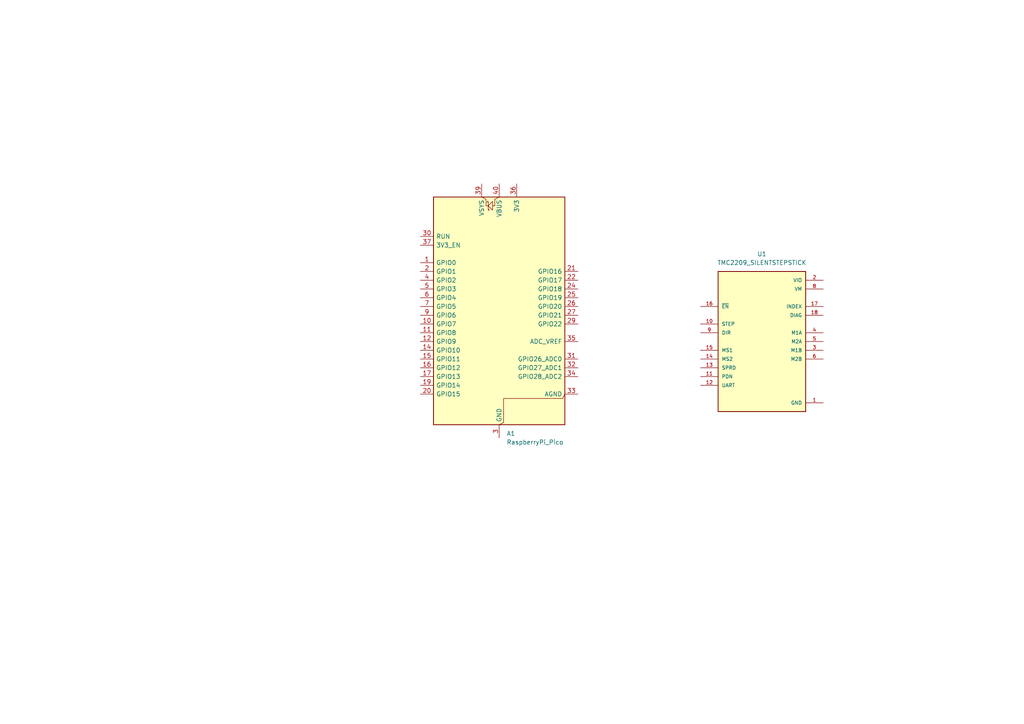
<source format=kicad_sch>
(kicad_sch (version 20250114) (generator "eeschema") (generator_version "9.0")
  (paper "A4")
  (lib_symbols
    (symbol "MCU_Module:RaspberryPi_Pico" (pin_names (offset 0.762))
      (property "Reference" "A" (at -19.05 35.56 0))
      (property "Value" "RaspberryPi_Pico" (at 7.62 35.56 0))
      (symbol "RaspberryPi_Pico_0_1"
        (rectangle (start -19.05 34.29) (end 19.05 -31.75) (stroke (width 0.254)) (fill (type background)))
        (polyline (pts (xy -5.08 34.29) (xy -3.81 33.655) (xy -3.81 31.75) (xy -3.175 31.75)))
        (polyline (pts (xy -3.429 32.766) (xy -3.429 33.02) (xy -3.175 33.02) (xy -3.175 30.48) (xy -2.921 30.48) (xy -2.921 30.734)))
        (polyline (pts (xy -3.175 31.75) (xy -1.905 33.02) (xy -1.905 30.48) (xy -3.175 31.75)))
        (polyline (pts (xy 0 34.29) (xy -1.27 33.655) (xy -1.27 31.75) (xy -1.905 31.75)))
        (polyline (pts (xy 0 -31.75) (xy 1.27 -31.115) (xy 1.27 -24.13) (xy 18.415 -24.13) (xy 19.05 -22.86)))
      )
      (symbol "RaspberryPi_Pico_1_1"
        (pin passive line (at -22.86 22.86 0) (length 3.81) (name "RUN") (number "30"))
        (pin passive line (at -22.86 20.32 0) (length 3.81) (name "3V3_EN") (number "37"))
        (pin bidirectional line (at -22.86 15.24 0) (length 3.81) (name "GPIO0") (number "1"))
        (pin bidirectional line (at -22.86 12.7 0) (length 3.81) (name "GPIO1") (number "2"))
        (pin bidirectional line (at -22.86 10.16 0) (length 3.81) (name "GPIO2") (number "4"))
        (pin bidirectional line (at -22.86 7.62 0) (length 3.81) (name "GPIO3") (number "5"))
        (pin bidirectional line (at -22.86 5.08 0) (length 3.81) (name "GPIO4") (number "6"))
        (pin bidirectional line (at -22.86 2.54 0) (length 3.81) (name "GPIO5") (number "7"))
        (pin bidirectional line (at -22.86 0 0) (length 3.81) (name "GPIO6") (number "9"))
        (pin bidirectional line (at -22.86 -2.54 0) (length 3.81) (name "GPIO7") (number "10"))
        (pin bidirectional line (at -22.86 -5.08 0) (length 3.81) (name "GPIO8") (number "11"))
        (pin bidirectional line (at -22.86 -7.62 0) (length 3.81) (name "GPIO9") (number "12"))
        (pin bidirectional line (at -22.86 -10.16 0) (length 3.81) (name "GPIO10") (number "14"))
        (pin bidirectional line (at -22.86 -12.7 0) (length 3.81) (name "GPIO11") (number "15"))
        (pin bidirectional line (at -22.86 -15.24 0) (length 3.81) (name "GPIO12") (number "16"))
        (pin bidirectional line (at -22.86 -17.78 0) (length 3.81) (name "GPIO13") (number "17"))
        (pin bidirectional line (at -22.86 -20.32 0) (length 3.81) (name "GPIO14") (number "19"))
        (pin bidirectional line (at -22.86 -22.86 0) (length 3.81) (name "GPIO15") (number "20"))
        (pin power_in line (at -5.08 38.1 270) (length 3.81) (name "VSYS") (number "39"))
        (pin power_out line (at 0 38.1 270) (length 3.81) (name "VBUS") (number "40"))
        (pin passive line (at 0 -35.56 90) (length 3.81) (hide yes) (name "GND") (number "13"))
        (pin passive line (at 0 -35.56 90) (length 3.81) (hide yes) (name "GND") (number "18"))
        (pin passive line (at 0 -35.56 90) (length 3.81) (hide yes) (name "GND") (number "23"))
        (pin passive line (at 0 -35.56 90) (length 3.81) (hide yes) (name "GND") (number "28"))
        (pin power_out line (at 0 -35.56 90) (length 3.81) (name "GND") (number "3"))
        (pin passive line (at 0 -35.56 90) (length 3.81) (hide yes) (name "GND") (number "38"))
        (pin passive line (at 0 -35.56 90) (length 3.81) (hide yes) (name "GND") (number "8"))
        (pin power_out line (at 5.08 38.1 270) (length 3.81) (name "3V3") (number "36"))
        (pin bidirectional line (at 22.86 12.7 180) (length 3.81) (name "GPIO16") (number "21"))
        (pin bidirectional line (at 22.86 10.16 180) (length 3.81) (name "GPIO17") (number "22"))
        (pin bidirectional line (at 22.86 7.62 180) (length 3.81) (name "GPIO18") (number "24"))
        (pin bidirectional line (at 22.86 5.08 180) (length 3.81) (name "GPIO19") (number "25"))
        (pin bidirectional line (at 22.86 2.54 180) (length 3.81) (name "GPIO20") (number "26"))
        (pin bidirectional line (at 22.86 0 180) (length 3.81) (name "GPIO21") (number "27"))
        (pin bidirectional line (at 22.86 -2.54 180) (length 3.81) (name "GPIO22") (number "29"))
        (pin power_in line (at 22.86 -7.62 180) (length 3.81) (name "ADC_VREF") (number "35"))
        (pin bidirectional line (at 22.86 -12.7 180) (length 3.81) (name "GPIO26_ADC0") (number "31"))
        (pin bidirectional line (at 22.86 -15.24 180) (length 3.81) (name "GPIO27_ADC1") (number "32"))
        (pin bidirectional line (at 22.86 -17.78 180) (length 3.81) (name "GPIO28_ADC2") (number "34"))
        (pin power_out line (at 22.86 -22.86 180) (length 3.81) (name "AGND") (number "33"))
      )
    )
    (symbol "TMC2209_SILENTSTEPSTICK:TMC2209_SILENTSTEPSTICK" (pin_names (offset 1.016))
      (property "Reference" "U" (at -12.7 22.86 0))
      (property "Value" "TMC2209_SILENTSTEPSTICK" (at -12.7 -22.86 0))
      (symbol "TMC2209_SILENTSTEPSTICK_0_0"
        (rectangle (start -12.7 -20.32) (end 12.7 20.32) (stroke (width 0.254)) (fill (type background)))
        (pin input line (at -17.78 10.16 0) (length 5.08) (name "~{EN}") (number "16"))
        (pin input line (at -17.78 5.08 0) (length 5.08) (name "STEP") (number "10"))
        (pin input line (at -17.78 2.54 0) (length 5.08) (name "DIR") (number "9"))
        (pin input line (at -17.78 -2.54 0) (length 5.08) (name "MS1") (number "15"))
        (pin input line (at -17.78 -5.08 0) (length 5.08) (name "MS2") (number "14"))
        (pin input line (at -17.78 -7.62 0) (length 5.08) (name "SPRD") (number "13"))
        (pin bidirectional line (at -17.78 -10.16 0) (length 5.08) (name "PDN") (number "11"))
        (pin bidirectional line (at -17.78 -12.7 0) (length 5.08) (name "UART") (number "12"))
        (pin power_in line (at 17.78 17.78 180) (length 5.08) (name "VIO") (number "2"))
        (pin power_in line (at 17.78 15.24 180) (length 5.08) (name "VM") (number "8"))
        (pin output line (at 17.78 10.16 180) (length 5.08) (name "INDEX") (number "17"))
        (pin output line (at 17.78 7.62 180) (length 5.08) (name "DIAG") (number "18"))
        (pin output line (at 17.78 2.54 180) (length 5.08) (name "M1A") (number "4"))
        (pin output line (at 17.78 0 180) (length 5.08) (name "M2A") (number "5"))
        (pin output line (at 17.78 -2.54 180) (length 5.08) (name "M1B") (number "3"))
        (pin output line (at 17.78 -5.08 180) (length 5.08) (name "M2B") (number "6"))
        (pin power_in line (at 17.78 -17.78 180) (length 5.08) (name "GND") (number "1"))
        (pin power_in line (at 17.78 -17.78 180) (length 5.08) (hide yes) (name "GND") (number "7"))
      )
    )
  )
  (symbol (lib_id "TMC2209_SILENTSTEPSTICK:TMC2209_SILENTSTEPSTICK") (at 220.98 99.06 0) (unit 1)
    (property "Reference" "U1" (at 220.98 73.66 0))
    (property "Value" "TMC2209_SILENTSTEPSTICK" (at 220.98 76.2 0))
    (property "Footprint" "TMC2209_SILENTSTEPSTICK:MODULE_TMC2209_SILENTSTEPSTICK" (effects (hide yes)))
    (property "MF" "Trinamic Motion Control GmbH" (effects (hide yes)))
    (property "Description_1" "TMC2209 Motor Controller/Driver Power Management Evaluation Board" (effects (hide yes)))
    (property "Package" "None" (effects (hide yes)))
    (property "Price" "None" (effects (hide yes)))
    (property "Check_prices" "https://www.snapeda.com/parts/TMC2209SILENTSTEPSTICK/Trinamic/view-part/?ref=eda" (effects (hide yes)))
    (property "STANDARD" "Manufacturer Recommendations" (effects (hide yes)))
    (property "PARTREV" "1.20" (effects (hide yes)))
    (property "SnapEDA_Link" "https://www.snapeda.com/parts/TMC2209SILENTSTEPSTICK/Trinamic/view-part/?ref=snap" (effects (hide yes)))
    (property "MP" "TMC2209SILENTSTEPSTICK" (effects (hide yes)))
    (property "MANUFACTURER" "Trinamic Motion Control GmbH" (effects (hide yes)))
    (property "Availability" "In Stock" (effects (hide yes)))
    (property "SNAPEDA_PN" "TMC2209 SILENTSTEPSTICK" (effects (hide yes)))
  )
  (symbol (lib_id "MCU_Module:RaspberryPi_Pico") (at 144.78 91.44 0) (unit 1)
    (property "Reference" "A1" (at 146.9233 125.73 0) (effects (justify left)))
    (property "Value" "RaspberryPi_Pico" (at 146.9233 128.27 0) (effects (justify left)))
    (property "Footprint" "Module:RaspberryPi_Pico_Common_Unspecified" (effects (hide yes)))
    (property "Datasheet" "https://datasheets.raspberrypi.com/pico/pico-datasheet.pdf" (effects (hide yes)))
    (property "Description" "Versatile and inexpensive microcontroller module powered by RP2040 dual-core Arm Cortex-M0+ processor up to 133 MHz, 264kB SRAM, 2MB QSPI flash; also supports Raspberry Pi Pico 2" (effects (hide yes)))
  )
)
</source>
